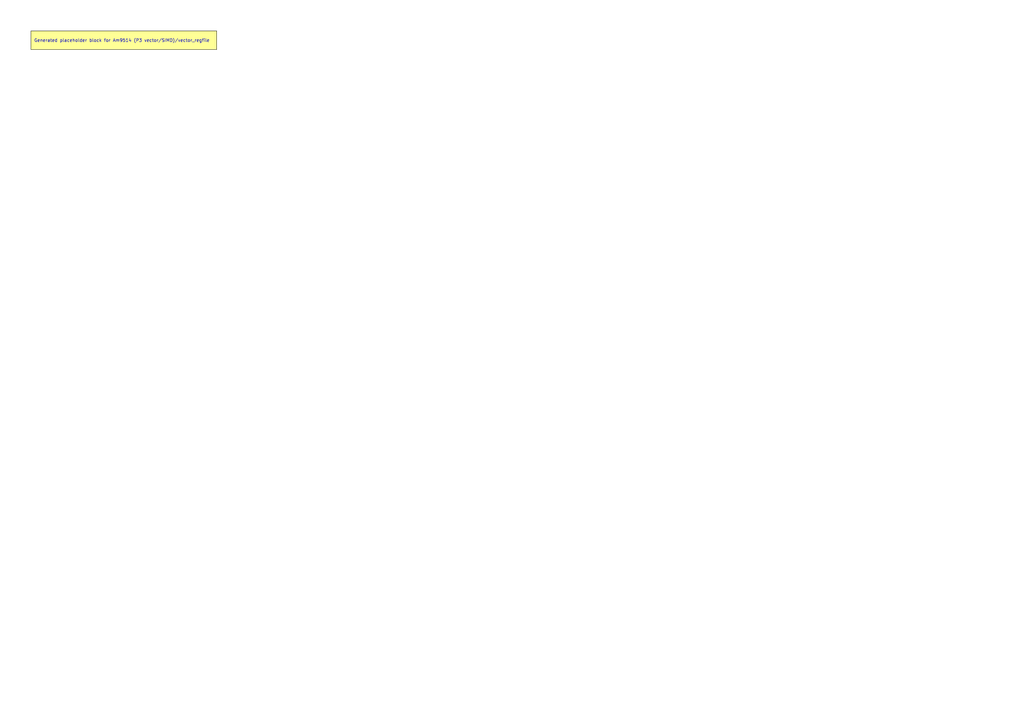
<source format=kicad_sch>
(kicad_sch
	(version 20250114)
	(generator "kicadgen")
	(generator_version "0.2")
	(uuid "0e4d0d55-548e-5229-8c40-50fdb7622938")
	(paper "A3")
	(title_block
		(title "Am9514 (P3 vector/SIMD)::vector_regfile")
		(company "Project Carbon")
		(comment 1 "Generated - do not edit in generated/")
		(comment 2 "Edit in schem/kicad9/manual/ or refine mapping specs")
	)
	(lib_symbols)
	(text_box
		"Generated placeholder block for Am9514 (P3 vector/SIMD)/vector_regfile"
		(exclude_from_sim no)
		(at
			12.7
			12.7
			0
		)
		(size 76.2 7.62)
		(margins
			1.27
			1.27
			1.27
			1.27
		)
		(stroke
			(width 0)
			(type default)
			(color
				0
				0
				0
				1
			)
		)
		(fill
			(type color)
			(color
				255
				255
				150
				1
			)
		)
		(effects
			(font
				(size 1.27 1.27)
			)
			(justify left)
		)
		(uuid "c70793d1-6df4-5802-859d-9e3d18d08b50")
	)
	(sheet_instances
		(path
			"/"
			(page "1")
		)
	)
	(embedded_fonts no)
)

</source>
